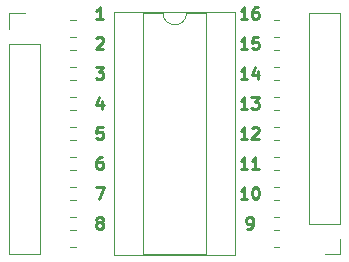
<source format=gbr>
%TF.GenerationSoftware,KiCad,Pcbnew,(5.1.7)-1*%
%TF.CreationDate,2021-01-28T10:42:50-06:00*%
%TF.ProjectId,pinballMods,70696e62-616c-46c4-9d6f-64732e6b6963,rev?*%
%TF.SameCoordinates,Original*%
%TF.FileFunction,Legend,Top*%
%TF.FilePolarity,Positive*%
%FSLAX46Y46*%
G04 Gerber Fmt 4.6, Leading zero omitted, Abs format (unit mm)*
G04 Created by KiCad (PCBNEW (5.1.7)-1) date 2021-01-28 10:42:50*
%MOMM*%
%LPD*%
G01*
G04 APERTURE LIST*
%ADD10C,0.250000*%
%ADD11C,0.120000*%
%ADD12C,0.150000*%
G04 APERTURE END LIST*
D10*
X164909523Y-90622380D02*
X164338095Y-90622380D01*
X164623809Y-90622380D02*
X164623809Y-89622380D01*
X164528571Y-89765238D01*
X164433333Y-89860476D01*
X164338095Y-89908095D01*
X165766666Y-89622380D02*
X165576190Y-89622380D01*
X165480952Y-89670000D01*
X165433333Y-89717619D01*
X165338095Y-89860476D01*
X165290476Y-90050952D01*
X165290476Y-90431904D01*
X165338095Y-90527142D01*
X165385714Y-90574761D01*
X165480952Y-90622380D01*
X165671428Y-90622380D01*
X165766666Y-90574761D01*
X165814285Y-90527142D01*
X165861904Y-90431904D01*
X165861904Y-90193809D01*
X165814285Y-90098571D01*
X165766666Y-90050952D01*
X165671428Y-90003333D01*
X165480952Y-90003333D01*
X165385714Y-90050952D01*
X165338095Y-90098571D01*
X165290476Y-90193809D01*
X164909523Y-93162380D02*
X164338095Y-93162380D01*
X164623809Y-93162380D02*
X164623809Y-92162380D01*
X164528571Y-92305238D01*
X164433333Y-92400476D01*
X164338095Y-92448095D01*
X165814285Y-92162380D02*
X165338095Y-92162380D01*
X165290476Y-92638571D01*
X165338095Y-92590952D01*
X165433333Y-92543333D01*
X165671428Y-92543333D01*
X165766666Y-92590952D01*
X165814285Y-92638571D01*
X165861904Y-92733809D01*
X165861904Y-92971904D01*
X165814285Y-93067142D01*
X165766666Y-93114761D01*
X165671428Y-93162380D01*
X165433333Y-93162380D01*
X165338095Y-93114761D01*
X165290476Y-93067142D01*
X164909523Y-95702380D02*
X164338095Y-95702380D01*
X164623809Y-95702380D02*
X164623809Y-94702380D01*
X164528571Y-94845238D01*
X164433333Y-94940476D01*
X164338095Y-94988095D01*
X165766666Y-95035714D02*
X165766666Y-95702380D01*
X165528571Y-94654761D02*
X165290476Y-95369047D01*
X165909523Y-95369047D01*
X164909523Y-98242380D02*
X164338095Y-98242380D01*
X164623809Y-98242380D02*
X164623809Y-97242380D01*
X164528571Y-97385238D01*
X164433333Y-97480476D01*
X164338095Y-97528095D01*
X165242857Y-97242380D02*
X165861904Y-97242380D01*
X165528571Y-97623333D01*
X165671428Y-97623333D01*
X165766666Y-97670952D01*
X165814285Y-97718571D01*
X165861904Y-97813809D01*
X165861904Y-98051904D01*
X165814285Y-98147142D01*
X165766666Y-98194761D01*
X165671428Y-98242380D01*
X165385714Y-98242380D01*
X165290476Y-98194761D01*
X165242857Y-98147142D01*
X164909523Y-100782380D02*
X164338095Y-100782380D01*
X164623809Y-100782380D02*
X164623809Y-99782380D01*
X164528571Y-99925238D01*
X164433333Y-100020476D01*
X164338095Y-100068095D01*
X165290476Y-99877619D02*
X165338095Y-99830000D01*
X165433333Y-99782380D01*
X165671428Y-99782380D01*
X165766666Y-99830000D01*
X165814285Y-99877619D01*
X165861904Y-99972857D01*
X165861904Y-100068095D01*
X165814285Y-100210952D01*
X165242857Y-100782380D01*
X165861904Y-100782380D01*
X164909523Y-103322380D02*
X164338095Y-103322380D01*
X164623809Y-103322380D02*
X164623809Y-102322380D01*
X164528571Y-102465238D01*
X164433333Y-102560476D01*
X164338095Y-102608095D01*
X165861904Y-103322380D02*
X165290476Y-103322380D01*
X165576190Y-103322380D02*
X165576190Y-102322380D01*
X165480952Y-102465238D01*
X165385714Y-102560476D01*
X165290476Y-102608095D01*
X164909523Y-105862380D02*
X164338095Y-105862380D01*
X164623809Y-105862380D02*
X164623809Y-104862380D01*
X164528571Y-105005238D01*
X164433333Y-105100476D01*
X164338095Y-105148095D01*
X165528571Y-104862380D02*
X165623809Y-104862380D01*
X165719047Y-104910000D01*
X165766666Y-104957619D01*
X165814285Y-105052857D01*
X165861904Y-105243333D01*
X165861904Y-105481428D01*
X165814285Y-105671904D01*
X165766666Y-105767142D01*
X165719047Y-105814761D01*
X165623809Y-105862380D01*
X165528571Y-105862380D01*
X165433333Y-105814761D01*
X165385714Y-105767142D01*
X165338095Y-105671904D01*
X165290476Y-105481428D01*
X165290476Y-105243333D01*
X165338095Y-105052857D01*
X165385714Y-104957619D01*
X165433333Y-104910000D01*
X165528571Y-104862380D01*
X164909523Y-108402380D02*
X165100000Y-108402380D01*
X165195238Y-108354761D01*
X165242857Y-108307142D01*
X165338095Y-108164285D01*
X165385714Y-107973809D01*
X165385714Y-107592857D01*
X165338095Y-107497619D01*
X165290476Y-107450000D01*
X165195238Y-107402380D01*
X165004761Y-107402380D01*
X164909523Y-107450000D01*
X164861904Y-107497619D01*
X164814285Y-107592857D01*
X164814285Y-107830952D01*
X164861904Y-107926190D01*
X164909523Y-107973809D01*
X165004761Y-108021428D01*
X165195238Y-108021428D01*
X165290476Y-107973809D01*
X165338095Y-107926190D01*
X165385714Y-107830952D01*
X152304761Y-107830952D02*
X152209523Y-107783333D01*
X152161904Y-107735714D01*
X152114285Y-107640476D01*
X152114285Y-107592857D01*
X152161904Y-107497619D01*
X152209523Y-107450000D01*
X152304761Y-107402380D01*
X152495238Y-107402380D01*
X152590476Y-107450000D01*
X152638095Y-107497619D01*
X152685714Y-107592857D01*
X152685714Y-107640476D01*
X152638095Y-107735714D01*
X152590476Y-107783333D01*
X152495238Y-107830952D01*
X152304761Y-107830952D01*
X152209523Y-107878571D01*
X152161904Y-107926190D01*
X152114285Y-108021428D01*
X152114285Y-108211904D01*
X152161904Y-108307142D01*
X152209523Y-108354761D01*
X152304761Y-108402380D01*
X152495238Y-108402380D01*
X152590476Y-108354761D01*
X152638095Y-108307142D01*
X152685714Y-108211904D01*
X152685714Y-108021428D01*
X152638095Y-107926190D01*
X152590476Y-107878571D01*
X152495238Y-107830952D01*
X152066666Y-104862380D02*
X152733333Y-104862380D01*
X152304761Y-105862380D01*
X152590476Y-102322380D02*
X152400000Y-102322380D01*
X152304761Y-102370000D01*
X152257142Y-102417619D01*
X152161904Y-102560476D01*
X152114285Y-102750952D01*
X152114285Y-103131904D01*
X152161904Y-103227142D01*
X152209523Y-103274761D01*
X152304761Y-103322380D01*
X152495238Y-103322380D01*
X152590476Y-103274761D01*
X152638095Y-103227142D01*
X152685714Y-103131904D01*
X152685714Y-102893809D01*
X152638095Y-102798571D01*
X152590476Y-102750952D01*
X152495238Y-102703333D01*
X152304761Y-102703333D01*
X152209523Y-102750952D01*
X152161904Y-102798571D01*
X152114285Y-102893809D01*
X152638095Y-99782380D02*
X152161904Y-99782380D01*
X152114285Y-100258571D01*
X152161904Y-100210952D01*
X152257142Y-100163333D01*
X152495238Y-100163333D01*
X152590476Y-100210952D01*
X152638095Y-100258571D01*
X152685714Y-100353809D01*
X152685714Y-100591904D01*
X152638095Y-100687142D01*
X152590476Y-100734761D01*
X152495238Y-100782380D01*
X152257142Y-100782380D01*
X152161904Y-100734761D01*
X152114285Y-100687142D01*
X152590476Y-97575714D02*
X152590476Y-98242380D01*
X152352380Y-97194761D02*
X152114285Y-97909047D01*
X152733333Y-97909047D01*
X152066666Y-94702380D02*
X152685714Y-94702380D01*
X152352380Y-95083333D01*
X152495238Y-95083333D01*
X152590476Y-95130952D01*
X152638095Y-95178571D01*
X152685714Y-95273809D01*
X152685714Y-95511904D01*
X152638095Y-95607142D01*
X152590476Y-95654761D01*
X152495238Y-95702380D01*
X152209523Y-95702380D01*
X152114285Y-95654761D01*
X152066666Y-95607142D01*
X152114285Y-92257619D02*
X152161904Y-92210000D01*
X152257142Y-92162380D01*
X152495238Y-92162380D01*
X152590476Y-92210000D01*
X152638095Y-92257619D01*
X152685714Y-92352857D01*
X152685714Y-92448095D01*
X152638095Y-92590952D01*
X152066666Y-93162380D01*
X152685714Y-93162380D01*
X152685714Y-90622380D02*
X152114285Y-90622380D01*
X152400000Y-90622380D02*
X152400000Y-89622380D01*
X152304761Y-89765238D01*
X152209523Y-89860476D01*
X152114285Y-89908095D01*
D11*
%TO.C,*%
X172780000Y-90110000D02*
X170120000Y-90110000D01*
X172780000Y-107950000D02*
X172780000Y-90110000D01*
X170120000Y-107950000D02*
X170120000Y-90110000D01*
X172780000Y-107950000D02*
X170120000Y-107950000D01*
X172780000Y-109220000D02*
X172780000Y-110550000D01*
X172780000Y-110550000D02*
X171450000Y-110550000D01*
X157750000Y-90110000D02*
X156100000Y-90110000D01*
X156100000Y-90110000D02*
X156100000Y-110550000D01*
X156100000Y-110550000D02*
X161400000Y-110550000D01*
X161400000Y-110550000D02*
X161400000Y-90110000D01*
X161400000Y-90110000D02*
X159750000Y-90110000D01*
X153610000Y-90050000D02*
X153610000Y-110610000D01*
X153610000Y-110610000D02*
X163890000Y-110610000D01*
X163890000Y-110610000D02*
X163890000Y-90050000D01*
X163890000Y-90050000D02*
X153610000Y-90050000D01*
X159750000Y-90110000D02*
G75*
G02*
X157750000Y-90110000I-1000000J0D01*
G01*
X144720000Y-110550000D02*
X147380000Y-110550000D01*
X144720000Y-92710000D02*
X144720000Y-110550000D01*
X147380000Y-92710000D02*
X147380000Y-110550000D01*
X144720000Y-92710000D02*
X147380000Y-92710000D01*
X144720000Y-91440000D02*
X144720000Y-90110000D01*
X144720000Y-90110000D02*
X146050000Y-90110000D01*
X167142936Y-108485000D02*
X167597064Y-108485000D01*
X167142936Y-109955000D02*
X167597064Y-109955000D01*
X149902936Y-108485000D02*
X150357064Y-108485000D01*
X149902936Y-109955000D02*
X150357064Y-109955000D01*
X167142936Y-105945000D02*
X167597064Y-105945000D01*
X167142936Y-107415000D02*
X167597064Y-107415000D01*
X167142936Y-103405000D02*
X167597064Y-103405000D01*
X167142936Y-104875000D02*
X167597064Y-104875000D01*
X167142936Y-100865000D02*
X167597064Y-100865000D01*
X167142936Y-102335000D02*
X167597064Y-102335000D01*
X167142936Y-98325000D02*
X167597064Y-98325000D01*
X167142936Y-99795000D02*
X167597064Y-99795000D01*
X167142936Y-95785000D02*
X167597064Y-95785000D01*
X167142936Y-97255000D02*
X167597064Y-97255000D01*
X167142936Y-93245000D02*
X167597064Y-93245000D01*
X167142936Y-94715000D02*
X167597064Y-94715000D01*
X167142936Y-90705000D02*
X167597064Y-90705000D01*
X167142936Y-92175000D02*
X167597064Y-92175000D01*
X149902936Y-105945000D02*
X150357064Y-105945000D01*
X149902936Y-107415000D02*
X150357064Y-107415000D01*
X149902936Y-103405000D02*
X150357064Y-103405000D01*
X149902936Y-104875000D02*
X150357064Y-104875000D01*
X149902936Y-100865000D02*
X150357064Y-100865000D01*
X149902936Y-102335000D02*
X150357064Y-102335000D01*
X149902936Y-98325000D02*
X150357064Y-98325000D01*
X149902936Y-99795000D02*
X150357064Y-99795000D01*
X149902936Y-95785000D02*
X150357064Y-95785000D01*
X149902936Y-97255000D02*
X150357064Y-97255000D01*
X149902936Y-93245000D02*
X150357064Y-93245000D01*
X149902936Y-94715000D02*
X150357064Y-94715000D01*
X149902936Y-90705000D02*
X150357064Y-90705000D01*
X149902936Y-92175000D02*
X150357064Y-92175000D01*
D12*
%TD*%
M02*

</source>
